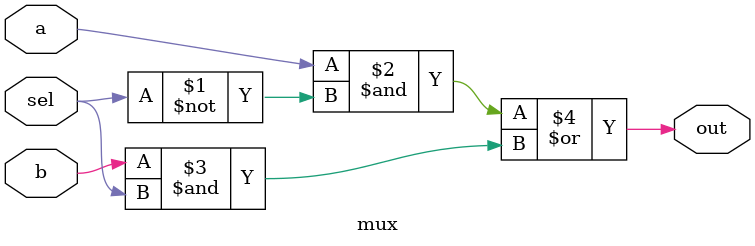
<source format=v>
`timescale 1ns / 1ps

module carry_select_adder(a,b,cin,sum,cout);
input [3:0] a,b;
input cin;
output  [3:0] sum;
output cout;

wire [3:0] sum_0,sum_1;
wire out_0,out_1,c1,c2,c3,c4,c5,c6,cout_0,cout_1;

//instance of full adder for cin=0
full_adder f0_0(a[0],b[0],1'b0,sum_0[0],c1);
full_adder f1_0(a[1],b[1],c1,sum_0[1],c2);
full_adder f2_0(a[2],b[2],c2,sum_0[2],c3);
full_adder f3_0(a[3],b[3],c3,sum_0[3],cout_0);

//instance of full adder for cin=1
full_adder f0_1(a[0],b[0],1'b1,sum_1[0],c4);
full_adder f1_1(a[1],b[1],c4,sum_1[1],c5);
full_adder f2_1(a[2],b[2],c5,sum_1[2],c6);
full_adder f3_1(a[3],b[3],c6,sum_1[3],cout_1);

//selection of sum and carry depending on cin
mux m1(sum_0[0],sum_1[0],cin,sum[0]);
mux m2(sum_0[1],sum_1[1],cin,sum[1]);
mux m3(sum_0[2],sum_1[2],cin,sum[2]);
mux m4(sum_0[3],sum_1[3],cin,sum[3]);
mux m5(cout_0,cout_1,cin,cout); 
endmodule


module full_adder(a,b,cin,sum,cout);
input a,b,cin;
output sum,cout;

assign sum = a^b^cin;
assign cout = a&b | b&cin | a&cin; 
endmodule


module mux(a,b,sel,out);
input a,b,sel;
output out;

assign out = a&~sel | b&sel;

endmodule

</source>
